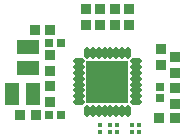
<source format=gts>
G04*
G04 #@! TF.GenerationSoftware,Altium Limited,Altium Designer,25.5.2 (35)*
G04*
G04 Layer_Color=8388736*
%FSLAX24Y24*%
%MOIN*%
G70*
G04*
G04 #@! TF.SameCoordinates,EDCD3BFB-4CC2-4931-B7ED-63257E98AB5E*
G04*
G04*
G04 #@! TF.FilePolarity,Negative*
G04*
G01*
G75*
%ADD26R,0.0296X0.0257*%
%ADD27R,0.0355X0.0375*%
%ADD28R,0.0257X0.0296*%
%ADD29R,0.0375X0.0355*%
%ADD30R,0.0505X0.0777*%
%ADD31R,0.0777X0.0505*%
%ADD32R,0.0157X0.0146*%
%ADD33O,0.0178X0.0395*%
%ADD34R,0.0178X0.0166*%
%ADD35R,0.1438X0.1438*%
%ADD36O,0.0395X0.0178*%
D26*
X-1545Y1299D02*
D03*
X-1939D02*
D03*
Y-1102D02*
D03*
X-1545D02*
D03*
D27*
X-1900Y1713D02*
D03*
X-2431D02*
D03*
X-2913Y-1122D02*
D03*
X-2382D02*
D03*
X1713Y-1220D02*
D03*
X2244D02*
D03*
D28*
X1752Y-167D02*
D03*
Y-561D02*
D03*
D29*
X1772Y541D02*
D03*
Y1073D02*
D03*
X-709Y1900D02*
D03*
Y2431D02*
D03*
X-236Y1900D02*
D03*
Y2431D02*
D03*
X236Y1900D02*
D03*
Y2431D02*
D03*
X709Y1900D02*
D03*
Y2431D02*
D03*
X2244Y-207D02*
D03*
Y-738D02*
D03*
X-1900Y-148D02*
D03*
Y-679D02*
D03*
Y344D02*
D03*
Y876D02*
D03*
X2244Y295D02*
D03*
Y827D02*
D03*
D30*
X-2486Y-404D02*
D03*
X-3183D02*
D03*
D31*
X-2638Y449D02*
D03*
Y1146D02*
D03*
D32*
X-236Y-1687D02*
D03*
Y-1463D02*
D03*
D33*
X98Y965D02*
D03*
X-295D02*
D03*
X-689Y-965D02*
D03*
X-492D02*
D03*
X-295D02*
D03*
X-98D02*
D03*
X98D02*
D03*
X295D02*
D03*
X492D02*
D03*
X689D02*
D03*
Y965D02*
D03*
X492D02*
D03*
X295D02*
D03*
X-98D02*
D03*
X-492D02*
D03*
X-689D02*
D03*
D34*
X315Y-1463D02*
D03*
Y-1687D02*
D03*
X79Y-1463D02*
D03*
Y-1687D02*
D03*
X1063D02*
D03*
Y-1463D02*
D03*
X827D02*
D03*
Y-1687D02*
D03*
D35*
X-0Y0D02*
D03*
D36*
X-965Y689D02*
D03*
Y492D02*
D03*
Y295D02*
D03*
Y98D02*
D03*
Y-98D02*
D03*
Y-295D02*
D03*
Y-492D02*
D03*
Y-689D02*
D03*
X965D02*
D03*
Y-492D02*
D03*
Y-295D02*
D03*
Y-98D02*
D03*
Y98D02*
D03*
Y295D02*
D03*
Y492D02*
D03*
Y689D02*
D03*
M02*

</source>
